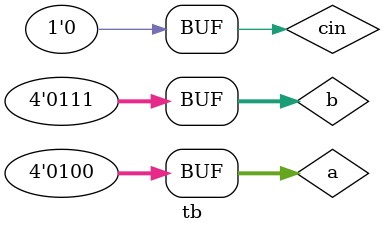
<source format=v>
`include"design.v"
module tb;
reg [3:0]a,b;
reg cin;
wire [3:0]sum;
wire cout;

bcd dut(a,b,cin,sum,cout);
	
initial begin
$monitor("a=%d b=%d cin=%d :: result in bcd = %d%0d",a,b,cin,cout,sum);
a=9; b=5; cin=0;
#10 a=1; b=7; cin=0;
#10 a=4; b=7; cin=0;
#10;
end
initial begin 
$dumpfile("dump.vcd");
$dumpvars(0,tb);
end
endmodule


</source>
